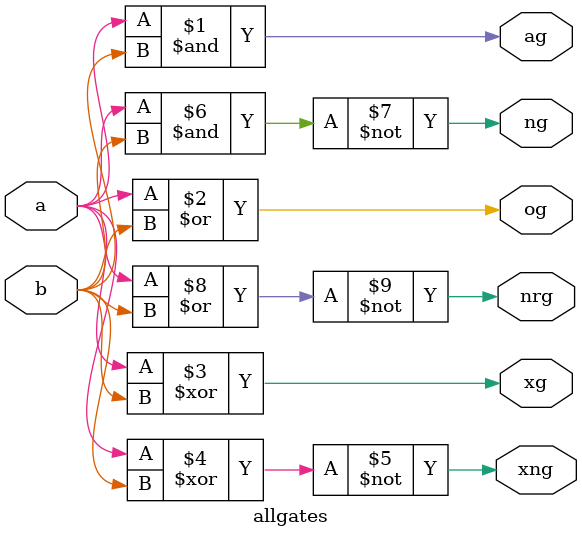
<source format=v>
module allgates(a,b,ag,og,ng,nrg,xg,xng);
input a,b;
output ag,og,xg,xng,ng,nrg;
assign ag=a&b;
assign og=a|b;
assign xg=a^b;
assign xng=~(a^b);
assign ng=~(a&b);
assign nrg=~(a|b);
endmodule
</source>
